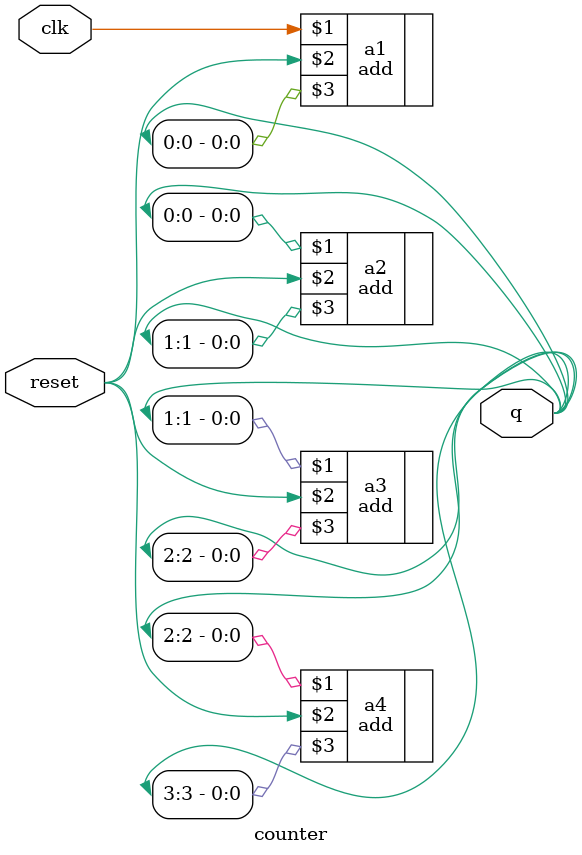
<source format=v>


module counter(
    input clk,reset,
    output [3:0]q
    );
    
    add a1(clk,reset,q[0]);
    add a2(q[0],reset,q[1]);
     add a3(q[1],reset,q[2]);
    add a4(q[2],reset,q[3]);
    
    
    
    
endmodule

</source>
